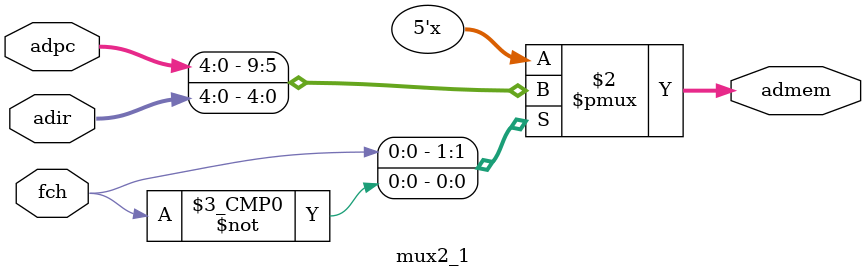
<source format=v>
module mux2_1(adir, adpc, fch, admem);

input [4:0] adir;
input [4:0] adpc;
input fch;
output [4:0] admem;

reg [4:0] admem;

    always @ (fch,adpc,adir) begin
        
        case (fch)
            1'b1 : admem = adpc; 
          
            1'b0 : admem = adir;
        endcase
    end

endmodule

</source>
